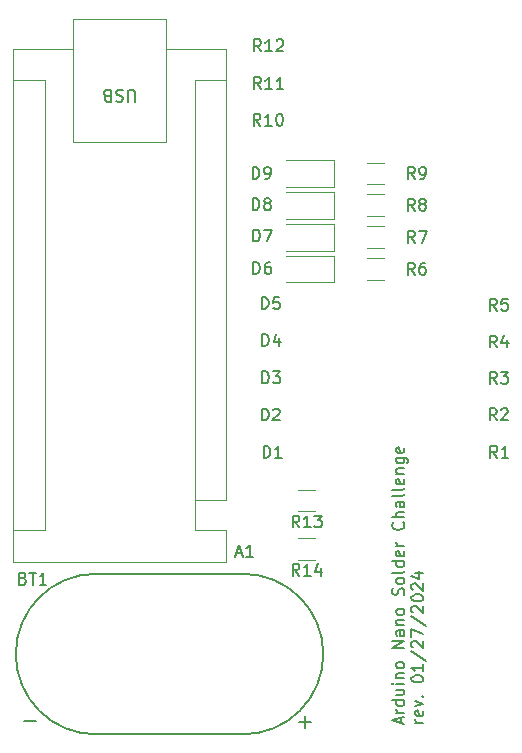
<source format=gbr>
%TF.GenerationSoftware,KiCad,Pcbnew,7.0.2-0*%
%TF.CreationDate,2024-09-16T13:04:04-04:00*%
%TF.ProjectId,ArduinoSolderChallenge,41726475-696e-46f5-936f-6c6465724368,rev?*%
%TF.SameCoordinates,Original*%
%TF.FileFunction,Legend,Top*%
%TF.FilePolarity,Positive*%
%FSLAX46Y46*%
G04 Gerber Fmt 4.6, Leading zero omitted, Abs format (unit mm)*
G04 Created by KiCad (PCBNEW 7.0.2-0) date 2024-09-16 13:04:04*
%MOMM*%
%LPD*%
G01*
G04 APERTURE LIST*
%ADD10C,0.150000*%
%ADD11C,0.120000*%
%ADD12C,0.127000*%
G04 APERTURE END LIST*
D10*
X75471904Y-79609523D02*
X75471904Y-79133333D01*
X75757619Y-79704761D02*
X74757619Y-79371428D01*
X74757619Y-79371428D02*
X75757619Y-79038095D01*
X75757619Y-78704761D02*
X75090952Y-78704761D01*
X75281428Y-78704761D02*
X75186190Y-78657142D01*
X75186190Y-78657142D02*
X75138571Y-78609523D01*
X75138571Y-78609523D02*
X75090952Y-78514285D01*
X75090952Y-78514285D02*
X75090952Y-78419047D01*
X75757619Y-77657142D02*
X74757619Y-77657142D01*
X75710000Y-77657142D02*
X75757619Y-77752380D01*
X75757619Y-77752380D02*
X75757619Y-77942856D01*
X75757619Y-77942856D02*
X75710000Y-78038094D01*
X75710000Y-78038094D02*
X75662380Y-78085713D01*
X75662380Y-78085713D02*
X75567142Y-78133332D01*
X75567142Y-78133332D02*
X75281428Y-78133332D01*
X75281428Y-78133332D02*
X75186190Y-78085713D01*
X75186190Y-78085713D02*
X75138571Y-78038094D01*
X75138571Y-78038094D02*
X75090952Y-77942856D01*
X75090952Y-77942856D02*
X75090952Y-77752380D01*
X75090952Y-77752380D02*
X75138571Y-77657142D01*
X75090952Y-76752380D02*
X75757619Y-76752380D01*
X75090952Y-77180951D02*
X75614761Y-77180951D01*
X75614761Y-77180951D02*
X75710000Y-77133332D01*
X75710000Y-77133332D02*
X75757619Y-77038094D01*
X75757619Y-77038094D02*
X75757619Y-76895237D01*
X75757619Y-76895237D02*
X75710000Y-76799999D01*
X75710000Y-76799999D02*
X75662380Y-76752380D01*
X75757619Y-76276189D02*
X75090952Y-76276189D01*
X74757619Y-76276189D02*
X74805238Y-76323808D01*
X74805238Y-76323808D02*
X74852857Y-76276189D01*
X74852857Y-76276189D02*
X74805238Y-76228570D01*
X74805238Y-76228570D02*
X74757619Y-76276189D01*
X74757619Y-76276189D02*
X74852857Y-76276189D01*
X75090952Y-75799999D02*
X75757619Y-75799999D01*
X75186190Y-75799999D02*
X75138571Y-75752380D01*
X75138571Y-75752380D02*
X75090952Y-75657142D01*
X75090952Y-75657142D02*
X75090952Y-75514285D01*
X75090952Y-75514285D02*
X75138571Y-75419047D01*
X75138571Y-75419047D02*
X75233809Y-75371428D01*
X75233809Y-75371428D02*
X75757619Y-75371428D01*
X75757619Y-74752380D02*
X75710000Y-74847618D01*
X75710000Y-74847618D02*
X75662380Y-74895237D01*
X75662380Y-74895237D02*
X75567142Y-74942856D01*
X75567142Y-74942856D02*
X75281428Y-74942856D01*
X75281428Y-74942856D02*
X75186190Y-74895237D01*
X75186190Y-74895237D02*
X75138571Y-74847618D01*
X75138571Y-74847618D02*
X75090952Y-74752380D01*
X75090952Y-74752380D02*
X75090952Y-74609523D01*
X75090952Y-74609523D02*
X75138571Y-74514285D01*
X75138571Y-74514285D02*
X75186190Y-74466666D01*
X75186190Y-74466666D02*
X75281428Y-74419047D01*
X75281428Y-74419047D02*
X75567142Y-74419047D01*
X75567142Y-74419047D02*
X75662380Y-74466666D01*
X75662380Y-74466666D02*
X75710000Y-74514285D01*
X75710000Y-74514285D02*
X75757619Y-74609523D01*
X75757619Y-74609523D02*
X75757619Y-74752380D01*
X75757619Y-73228570D02*
X74757619Y-73228570D01*
X74757619Y-73228570D02*
X75757619Y-72657142D01*
X75757619Y-72657142D02*
X74757619Y-72657142D01*
X75757619Y-71752380D02*
X75233809Y-71752380D01*
X75233809Y-71752380D02*
X75138571Y-71799999D01*
X75138571Y-71799999D02*
X75090952Y-71895237D01*
X75090952Y-71895237D02*
X75090952Y-72085713D01*
X75090952Y-72085713D02*
X75138571Y-72180951D01*
X75710000Y-71752380D02*
X75757619Y-71847618D01*
X75757619Y-71847618D02*
X75757619Y-72085713D01*
X75757619Y-72085713D02*
X75710000Y-72180951D01*
X75710000Y-72180951D02*
X75614761Y-72228570D01*
X75614761Y-72228570D02*
X75519523Y-72228570D01*
X75519523Y-72228570D02*
X75424285Y-72180951D01*
X75424285Y-72180951D02*
X75376666Y-72085713D01*
X75376666Y-72085713D02*
X75376666Y-71847618D01*
X75376666Y-71847618D02*
X75329047Y-71752380D01*
X75090952Y-71276189D02*
X75757619Y-71276189D01*
X75186190Y-71276189D02*
X75138571Y-71228570D01*
X75138571Y-71228570D02*
X75090952Y-71133332D01*
X75090952Y-71133332D02*
X75090952Y-70990475D01*
X75090952Y-70990475D02*
X75138571Y-70895237D01*
X75138571Y-70895237D02*
X75233809Y-70847618D01*
X75233809Y-70847618D02*
X75757619Y-70847618D01*
X75757619Y-70228570D02*
X75710000Y-70323808D01*
X75710000Y-70323808D02*
X75662380Y-70371427D01*
X75662380Y-70371427D02*
X75567142Y-70419046D01*
X75567142Y-70419046D02*
X75281428Y-70419046D01*
X75281428Y-70419046D02*
X75186190Y-70371427D01*
X75186190Y-70371427D02*
X75138571Y-70323808D01*
X75138571Y-70323808D02*
X75090952Y-70228570D01*
X75090952Y-70228570D02*
X75090952Y-70085713D01*
X75090952Y-70085713D02*
X75138571Y-69990475D01*
X75138571Y-69990475D02*
X75186190Y-69942856D01*
X75186190Y-69942856D02*
X75281428Y-69895237D01*
X75281428Y-69895237D02*
X75567142Y-69895237D01*
X75567142Y-69895237D02*
X75662380Y-69942856D01*
X75662380Y-69942856D02*
X75710000Y-69990475D01*
X75710000Y-69990475D02*
X75757619Y-70085713D01*
X75757619Y-70085713D02*
X75757619Y-70228570D01*
X75710000Y-68752379D02*
X75757619Y-68609522D01*
X75757619Y-68609522D02*
X75757619Y-68371427D01*
X75757619Y-68371427D02*
X75710000Y-68276189D01*
X75710000Y-68276189D02*
X75662380Y-68228570D01*
X75662380Y-68228570D02*
X75567142Y-68180951D01*
X75567142Y-68180951D02*
X75471904Y-68180951D01*
X75471904Y-68180951D02*
X75376666Y-68228570D01*
X75376666Y-68228570D02*
X75329047Y-68276189D01*
X75329047Y-68276189D02*
X75281428Y-68371427D01*
X75281428Y-68371427D02*
X75233809Y-68561903D01*
X75233809Y-68561903D02*
X75186190Y-68657141D01*
X75186190Y-68657141D02*
X75138571Y-68704760D01*
X75138571Y-68704760D02*
X75043333Y-68752379D01*
X75043333Y-68752379D02*
X74948095Y-68752379D01*
X74948095Y-68752379D02*
X74852857Y-68704760D01*
X74852857Y-68704760D02*
X74805238Y-68657141D01*
X74805238Y-68657141D02*
X74757619Y-68561903D01*
X74757619Y-68561903D02*
X74757619Y-68323808D01*
X74757619Y-68323808D02*
X74805238Y-68180951D01*
X75757619Y-67609522D02*
X75710000Y-67704760D01*
X75710000Y-67704760D02*
X75662380Y-67752379D01*
X75662380Y-67752379D02*
X75567142Y-67799998D01*
X75567142Y-67799998D02*
X75281428Y-67799998D01*
X75281428Y-67799998D02*
X75186190Y-67752379D01*
X75186190Y-67752379D02*
X75138571Y-67704760D01*
X75138571Y-67704760D02*
X75090952Y-67609522D01*
X75090952Y-67609522D02*
X75090952Y-67466665D01*
X75090952Y-67466665D02*
X75138571Y-67371427D01*
X75138571Y-67371427D02*
X75186190Y-67323808D01*
X75186190Y-67323808D02*
X75281428Y-67276189D01*
X75281428Y-67276189D02*
X75567142Y-67276189D01*
X75567142Y-67276189D02*
X75662380Y-67323808D01*
X75662380Y-67323808D02*
X75710000Y-67371427D01*
X75710000Y-67371427D02*
X75757619Y-67466665D01*
X75757619Y-67466665D02*
X75757619Y-67609522D01*
X75757619Y-66704760D02*
X75710000Y-66799998D01*
X75710000Y-66799998D02*
X75614761Y-66847617D01*
X75614761Y-66847617D02*
X74757619Y-66847617D01*
X75757619Y-65895236D02*
X74757619Y-65895236D01*
X75710000Y-65895236D02*
X75757619Y-65990474D01*
X75757619Y-65990474D02*
X75757619Y-66180950D01*
X75757619Y-66180950D02*
X75710000Y-66276188D01*
X75710000Y-66276188D02*
X75662380Y-66323807D01*
X75662380Y-66323807D02*
X75567142Y-66371426D01*
X75567142Y-66371426D02*
X75281428Y-66371426D01*
X75281428Y-66371426D02*
X75186190Y-66323807D01*
X75186190Y-66323807D02*
X75138571Y-66276188D01*
X75138571Y-66276188D02*
X75090952Y-66180950D01*
X75090952Y-66180950D02*
X75090952Y-65990474D01*
X75090952Y-65990474D02*
X75138571Y-65895236D01*
X75710000Y-65038093D02*
X75757619Y-65133331D01*
X75757619Y-65133331D02*
X75757619Y-65323807D01*
X75757619Y-65323807D02*
X75710000Y-65419045D01*
X75710000Y-65419045D02*
X75614761Y-65466664D01*
X75614761Y-65466664D02*
X75233809Y-65466664D01*
X75233809Y-65466664D02*
X75138571Y-65419045D01*
X75138571Y-65419045D02*
X75090952Y-65323807D01*
X75090952Y-65323807D02*
X75090952Y-65133331D01*
X75090952Y-65133331D02*
X75138571Y-65038093D01*
X75138571Y-65038093D02*
X75233809Y-64990474D01*
X75233809Y-64990474D02*
X75329047Y-64990474D01*
X75329047Y-64990474D02*
X75424285Y-65466664D01*
X75757619Y-64561902D02*
X75090952Y-64561902D01*
X75281428Y-64561902D02*
X75186190Y-64514283D01*
X75186190Y-64514283D02*
X75138571Y-64466664D01*
X75138571Y-64466664D02*
X75090952Y-64371426D01*
X75090952Y-64371426D02*
X75090952Y-64276188D01*
X75662380Y-62609521D02*
X75710000Y-62657140D01*
X75710000Y-62657140D02*
X75757619Y-62799997D01*
X75757619Y-62799997D02*
X75757619Y-62895235D01*
X75757619Y-62895235D02*
X75710000Y-63038092D01*
X75710000Y-63038092D02*
X75614761Y-63133330D01*
X75614761Y-63133330D02*
X75519523Y-63180949D01*
X75519523Y-63180949D02*
X75329047Y-63228568D01*
X75329047Y-63228568D02*
X75186190Y-63228568D01*
X75186190Y-63228568D02*
X74995714Y-63180949D01*
X74995714Y-63180949D02*
X74900476Y-63133330D01*
X74900476Y-63133330D02*
X74805238Y-63038092D01*
X74805238Y-63038092D02*
X74757619Y-62895235D01*
X74757619Y-62895235D02*
X74757619Y-62799997D01*
X74757619Y-62799997D02*
X74805238Y-62657140D01*
X74805238Y-62657140D02*
X74852857Y-62609521D01*
X75757619Y-62180949D02*
X74757619Y-62180949D01*
X75757619Y-61752378D02*
X75233809Y-61752378D01*
X75233809Y-61752378D02*
X75138571Y-61799997D01*
X75138571Y-61799997D02*
X75090952Y-61895235D01*
X75090952Y-61895235D02*
X75090952Y-62038092D01*
X75090952Y-62038092D02*
X75138571Y-62133330D01*
X75138571Y-62133330D02*
X75186190Y-62180949D01*
X75757619Y-60847616D02*
X75233809Y-60847616D01*
X75233809Y-60847616D02*
X75138571Y-60895235D01*
X75138571Y-60895235D02*
X75090952Y-60990473D01*
X75090952Y-60990473D02*
X75090952Y-61180949D01*
X75090952Y-61180949D02*
X75138571Y-61276187D01*
X75710000Y-60847616D02*
X75757619Y-60942854D01*
X75757619Y-60942854D02*
X75757619Y-61180949D01*
X75757619Y-61180949D02*
X75710000Y-61276187D01*
X75710000Y-61276187D02*
X75614761Y-61323806D01*
X75614761Y-61323806D02*
X75519523Y-61323806D01*
X75519523Y-61323806D02*
X75424285Y-61276187D01*
X75424285Y-61276187D02*
X75376666Y-61180949D01*
X75376666Y-61180949D02*
X75376666Y-60942854D01*
X75376666Y-60942854D02*
X75329047Y-60847616D01*
X75757619Y-60228568D02*
X75710000Y-60323806D01*
X75710000Y-60323806D02*
X75614761Y-60371425D01*
X75614761Y-60371425D02*
X74757619Y-60371425D01*
X75757619Y-59704758D02*
X75710000Y-59799996D01*
X75710000Y-59799996D02*
X75614761Y-59847615D01*
X75614761Y-59847615D02*
X74757619Y-59847615D01*
X75710000Y-58942853D02*
X75757619Y-59038091D01*
X75757619Y-59038091D02*
X75757619Y-59228567D01*
X75757619Y-59228567D02*
X75710000Y-59323805D01*
X75710000Y-59323805D02*
X75614761Y-59371424D01*
X75614761Y-59371424D02*
X75233809Y-59371424D01*
X75233809Y-59371424D02*
X75138571Y-59323805D01*
X75138571Y-59323805D02*
X75090952Y-59228567D01*
X75090952Y-59228567D02*
X75090952Y-59038091D01*
X75090952Y-59038091D02*
X75138571Y-58942853D01*
X75138571Y-58942853D02*
X75233809Y-58895234D01*
X75233809Y-58895234D02*
X75329047Y-58895234D01*
X75329047Y-58895234D02*
X75424285Y-59371424D01*
X75090952Y-58466662D02*
X75757619Y-58466662D01*
X75186190Y-58466662D02*
X75138571Y-58419043D01*
X75138571Y-58419043D02*
X75090952Y-58323805D01*
X75090952Y-58323805D02*
X75090952Y-58180948D01*
X75090952Y-58180948D02*
X75138571Y-58085710D01*
X75138571Y-58085710D02*
X75233809Y-58038091D01*
X75233809Y-58038091D02*
X75757619Y-58038091D01*
X75090952Y-57133329D02*
X75900476Y-57133329D01*
X75900476Y-57133329D02*
X75995714Y-57180948D01*
X75995714Y-57180948D02*
X76043333Y-57228567D01*
X76043333Y-57228567D02*
X76090952Y-57323805D01*
X76090952Y-57323805D02*
X76090952Y-57466662D01*
X76090952Y-57466662D02*
X76043333Y-57561900D01*
X75710000Y-57133329D02*
X75757619Y-57228567D01*
X75757619Y-57228567D02*
X75757619Y-57419043D01*
X75757619Y-57419043D02*
X75710000Y-57514281D01*
X75710000Y-57514281D02*
X75662380Y-57561900D01*
X75662380Y-57561900D02*
X75567142Y-57609519D01*
X75567142Y-57609519D02*
X75281428Y-57609519D01*
X75281428Y-57609519D02*
X75186190Y-57561900D01*
X75186190Y-57561900D02*
X75138571Y-57514281D01*
X75138571Y-57514281D02*
X75090952Y-57419043D01*
X75090952Y-57419043D02*
X75090952Y-57228567D01*
X75090952Y-57228567D02*
X75138571Y-57133329D01*
X75710000Y-56276186D02*
X75757619Y-56371424D01*
X75757619Y-56371424D02*
X75757619Y-56561900D01*
X75757619Y-56561900D02*
X75710000Y-56657138D01*
X75710000Y-56657138D02*
X75614761Y-56704757D01*
X75614761Y-56704757D02*
X75233809Y-56704757D01*
X75233809Y-56704757D02*
X75138571Y-56657138D01*
X75138571Y-56657138D02*
X75090952Y-56561900D01*
X75090952Y-56561900D02*
X75090952Y-56371424D01*
X75090952Y-56371424D02*
X75138571Y-56276186D01*
X75138571Y-56276186D02*
X75233809Y-56228567D01*
X75233809Y-56228567D02*
X75329047Y-56228567D01*
X75329047Y-56228567D02*
X75424285Y-56704757D01*
X77377619Y-79561904D02*
X76710952Y-79561904D01*
X76901428Y-79561904D02*
X76806190Y-79514285D01*
X76806190Y-79514285D02*
X76758571Y-79466666D01*
X76758571Y-79466666D02*
X76710952Y-79371428D01*
X76710952Y-79371428D02*
X76710952Y-79276190D01*
X77330000Y-78561904D02*
X77377619Y-78657142D01*
X77377619Y-78657142D02*
X77377619Y-78847618D01*
X77377619Y-78847618D02*
X77330000Y-78942856D01*
X77330000Y-78942856D02*
X77234761Y-78990475D01*
X77234761Y-78990475D02*
X76853809Y-78990475D01*
X76853809Y-78990475D02*
X76758571Y-78942856D01*
X76758571Y-78942856D02*
X76710952Y-78847618D01*
X76710952Y-78847618D02*
X76710952Y-78657142D01*
X76710952Y-78657142D02*
X76758571Y-78561904D01*
X76758571Y-78561904D02*
X76853809Y-78514285D01*
X76853809Y-78514285D02*
X76949047Y-78514285D01*
X76949047Y-78514285D02*
X77044285Y-78990475D01*
X76710952Y-78180951D02*
X77377619Y-77942856D01*
X77377619Y-77942856D02*
X76710952Y-77704761D01*
X77282380Y-77323808D02*
X77330000Y-77276189D01*
X77330000Y-77276189D02*
X77377619Y-77323808D01*
X77377619Y-77323808D02*
X77330000Y-77371427D01*
X77330000Y-77371427D02*
X77282380Y-77323808D01*
X77282380Y-77323808D02*
X77377619Y-77323808D01*
X76377619Y-75895237D02*
X76377619Y-75799999D01*
X76377619Y-75799999D02*
X76425238Y-75704761D01*
X76425238Y-75704761D02*
X76472857Y-75657142D01*
X76472857Y-75657142D02*
X76568095Y-75609523D01*
X76568095Y-75609523D02*
X76758571Y-75561904D01*
X76758571Y-75561904D02*
X76996666Y-75561904D01*
X76996666Y-75561904D02*
X77187142Y-75609523D01*
X77187142Y-75609523D02*
X77282380Y-75657142D01*
X77282380Y-75657142D02*
X77330000Y-75704761D01*
X77330000Y-75704761D02*
X77377619Y-75799999D01*
X77377619Y-75799999D02*
X77377619Y-75895237D01*
X77377619Y-75895237D02*
X77330000Y-75990475D01*
X77330000Y-75990475D02*
X77282380Y-76038094D01*
X77282380Y-76038094D02*
X77187142Y-76085713D01*
X77187142Y-76085713D02*
X76996666Y-76133332D01*
X76996666Y-76133332D02*
X76758571Y-76133332D01*
X76758571Y-76133332D02*
X76568095Y-76085713D01*
X76568095Y-76085713D02*
X76472857Y-76038094D01*
X76472857Y-76038094D02*
X76425238Y-75990475D01*
X76425238Y-75990475D02*
X76377619Y-75895237D01*
X77377619Y-74609523D02*
X77377619Y-75180951D01*
X77377619Y-74895237D02*
X76377619Y-74895237D01*
X76377619Y-74895237D02*
X76520476Y-74990475D01*
X76520476Y-74990475D02*
X76615714Y-75085713D01*
X76615714Y-75085713D02*
X76663333Y-75180951D01*
X76330000Y-73466666D02*
X77615714Y-74323808D01*
X76472857Y-73180951D02*
X76425238Y-73133332D01*
X76425238Y-73133332D02*
X76377619Y-73038094D01*
X76377619Y-73038094D02*
X76377619Y-72799999D01*
X76377619Y-72799999D02*
X76425238Y-72704761D01*
X76425238Y-72704761D02*
X76472857Y-72657142D01*
X76472857Y-72657142D02*
X76568095Y-72609523D01*
X76568095Y-72609523D02*
X76663333Y-72609523D01*
X76663333Y-72609523D02*
X76806190Y-72657142D01*
X76806190Y-72657142D02*
X77377619Y-73228570D01*
X77377619Y-73228570D02*
X77377619Y-72609523D01*
X76377619Y-72276189D02*
X76377619Y-71609523D01*
X76377619Y-71609523D02*
X77377619Y-72038094D01*
X76330000Y-70514285D02*
X77615714Y-71371427D01*
X76472857Y-70228570D02*
X76425238Y-70180951D01*
X76425238Y-70180951D02*
X76377619Y-70085713D01*
X76377619Y-70085713D02*
X76377619Y-69847618D01*
X76377619Y-69847618D02*
X76425238Y-69752380D01*
X76425238Y-69752380D02*
X76472857Y-69704761D01*
X76472857Y-69704761D02*
X76568095Y-69657142D01*
X76568095Y-69657142D02*
X76663333Y-69657142D01*
X76663333Y-69657142D02*
X76806190Y-69704761D01*
X76806190Y-69704761D02*
X77377619Y-70276189D01*
X77377619Y-70276189D02*
X77377619Y-69657142D01*
X76377619Y-69038094D02*
X76377619Y-68942856D01*
X76377619Y-68942856D02*
X76425238Y-68847618D01*
X76425238Y-68847618D02*
X76472857Y-68799999D01*
X76472857Y-68799999D02*
X76568095Y-68752380D01*
X76568095Y-68752380D02*
X76758571Y-68704761D01*
X76758571Y-68704761D02*
X76996666Y-68704761D01*
X76996666Y-68704761D02*
X77187142Y-68752380D01*
X77187142Y-68752380D02*
X77282380Y-68799999D01*
X77282380Y-68799999D02*
X77330000Y-68847618D01*
X77330000Y-68847618D02*
X77377619Y-68942856D01*
X77377619Y-68942856D02*
X77377619Y-69038094D01*
X77377619Y-69038094D02*
X77330000Y-69133332D01*
X77330000Y-69133332D02*
X77282380Y-69180951D01*
X77282380Y-69180951D02*
X77187142Y-69228570D01*
X77187142Y-69228570D02*
X76996666Y-69276189D01*
X76996666Y-69276189D02*
X76758571Y-69276189D01*
X76758571Y-69276189D02*
X76568095Y-69228570D01*
X76568095Y-69228570D02*
X76472857Y-69180951D01*
X76472857Y-69180951D02*
X76425238Y-69133332D01*
X76425238Y-69133332D02*
X76377619Y-69038094D01*
X76472857Y-68323808D02*
X76425238Y-68276189D01*
X76425238Y-68276189D02*
X76377619Y-68180951D01*
X76377619Y-68180951D02*
X76377619Y-67942856D01*
X76377619Y-67942856D02*
X76425238Y-67847618D01*
X76425238Y-67847618D02*
X76472857Y-67799999D01*
X76472857Y-67799999D02*
X76568095Y-67752380D01*
X76568095Y-67752380D02*
X76663333Y-67752380D01*
X76663333Y-67752380D02*
X76806190Y-67799999D01*
X76806190Y-67799999D02*
X77377619Y-68371427D01*
X77377619Y-68371427D02*
X77377619Y-67752380D01*
X76710952Y-66895237D02*
X77377619Y-66895237D01*
X76330000Y-67133332D02*
X77044285Y-67371427D01*
X77044285Y-67371427D02*
X77044285Y-66752380D01*
%TO.C,A1*%
X61535714Y-65226904D02*
X62011904Y-65226904D01*
X61440476Y-65512619D02*
X61773809Y-64512619D01*
X61773809Y-64512619D02*
X62107142Y-65512619D01*
X62964285Y-65512619D02*
X62392857Y-65512619D01*
X62678571Y-65512619D02*
X62678571Y-64512619D01*
X62678571Y-64512619D02*
X62583333Y-64655476D01*
X62583333Y-64655476D02*
X62488095Y-64750714D01*
X62488095Y-64750714D02*
X62392857Y-64798333D01*
X52941904Y-26967380D02*
X52941904Y-26157857D01*
X52941904Y-26157857D02*
X52894285Y-26062619D01*
X52894285Y-26062619D02*
X52846666Y-26015000D01*
X52846666Y-26015000D02*
X52751428Y-25967380D01*
X52751428Y-25967380D02*
X52560952Y-25967380D01*
X52560952Y-25967380D02*
X52465714Y-26015000D01*
X52465714Y-26015000D02*
X52418095Y-26062619D01*
X52418095Y-26062619D02*
X52370476Y-26157857D01*
X52370476Y-26157857D02*
X52370476Y-26967380D01*
X51941904Y-26015000D02*
X51799047Y-25967380D01*
X51799047Y-25967380D02*
X51560952Y-25967380D01*
X51560952Y-25967380D02*
X51465714Y-26015000D01*
X51465714Y-26015000D02*
X51418095Y-26062619D01*
X51418095Y-26062619D02*
X51370476Y-26157857D01*
X51370476Y-26157857D02*
X51370476Y-26253095D01*
X51370476Y-26253095D02*
X51418095Y-26348333D01*
X51418095Y-26348333D02*
X51465714Y-26395952D01*
X51465714Y-26395952D02*
X51560952Y-26443571D01*
X51560952Y-26443571D02*
X51751428Y-26491190D01*
X51751428Y-26491190D02*
X51846666Y-26538809D01*
X51846666Y-26538809D02*
X51894285Y-26586428D01*
X51894285Y-26586428D02*
X51941904Y-26681666D01*
X51941904Y-26681666D02*
X51941904Y-26776904D01*
X51941904Y-26776904D02*
X51894285Y-26872142D01*
X51894285Y-26872142D02*
X51846666Y-26919761D01*
X51846666Y-26919761D02*
X51751428Y-26967380D01*
X51751428Y-26967380D02*
X51513333Y-26967380D01*
X51513333Y-26967380D02*
X51370476Y-26919761D01*
X50608571Y-26491190D02*
X50465714Y-26443571D01*
X50465714Y-26443571D02*
X50418095Y-26395952D01*
X50418095Y-26395952D02*
X50370476Y-26300714D01*
X50370476Y-26300714D02*
X50370476Y-26157857D01*
X50370476Y-26157857D02*
X50418095Y-26062619D01*
X50418095Y-26062619D02*
X50465714Y-26015000D01*
X50465714Y-26015000D02*
X50560952Y-25967380D01*
X50560952Y-25967380D02*
X50941904Y-25967380D01*
X50941904Y-25967380D02*
X50941904Y-26967380D01*
X50941904Y-26967380D02*
X50608571Y-26967380D01*
X50608571Y-26967380D02*
X50513333Y-26919761D01*
X50513333Y-26919761D02*
X50465714Y-26872142D01*
X50465714Y-26872142D02*
X50418095Y-26776904D01*
X50418095Y-26776904D02*
X50418095Y-26681666D01*
X50418095Y-26681666D02*
X50465714Y-26586428D01*
X50465714Y-26586428D02*
X50513333Y-26538809D01*
X50513333Y-26538809D02*
X50608571Y-26491190D01*
X50608571Y-26491190D02*
X50941904Y-26491190D01*
%TO.C,D5*%
X63711905Y-44522619D02*
X63711905Y-43522619D01*
X63711905Y-43522619D02*
X63950000Y-43522619D01*
X63950000Y-43522619D02*
X64092857Y-43570238D01*
X64092857Y-43570238D02*
X64188095Y-43665476D01*
X64188095Y-43665476D02*
X64235714Y-43760714D01*
X64235714Y-43760714D02*
X64283333Y-43951190D01*
X64283333Y-43951190D02*
X64283333Y-44094047D01*
X64283333Y-44094047D02*
X64235714Y-44284523D01*
X64235714Y-44284523D02*
X64188095Y-44379761D01*
X64188095Y-44379761D02*
X64092857Y-44475000D01*
X64092857Y-44475000D02*
X63950000Y-44522619D01*
X63950000Y-44522619D02*
X63711905Y-44522619D01*
X65188095Y-43522619D02*
X64711905Y-43522619D01*
X64711905Y-43522619D02*
X64664286Y-43998809D01*
X64664286Y-43998809D02*
X64711905Y-43951190D01*
X64711905Y-43951190D02*
X64807143Y-43903571D01*
X64807143Y-43903571D02*
X65045238Y-43903571D01*
X65045238Y-43903571D02*
X65140476Y-43951190D01*
X65140476Y-43951190D02*
X65188095Y-43998809D01*
X65188095Y-43998809D02*
X65235714Y-44094047D01*
X65235714Y-44094047D02*
X65235714Y-44332142D01*
X65235714Y-44332142D02*
X65188095Y-44427380D01*
X65188095Y-44427380D02*
X65140476Y-44475000D01*
X65140476Y-44475000D02*
X65045238Y-44522619D01*
X65045238Y-44522619D02*
X64807143Y-44522619D01*
X64807143Y-44522619D02*
X64711905Y-44475000D01*
X64711905Y-44475000D02*
X64664286Y-44427380D01*
%TO.C,D1*%
X63861905Y-57122619D02*
X63861905Y-56122619D01*
X63861905Y-56122619D02*
X64100000Y-56122619D01*
X64100000Y-56122619D02*
X64242857Y-56170238D01*
X64242857Y-56170238D02*
X64338095Y-56265476D01*
X64338095Y-56265476D02*
X64385714Y-56360714D01*
X64385714Y-56360714D02*
X64433333Y-56551190D01*
X64433333Y-56551190D02*
X64433333Y-56694047D01*
X64433333Y-56694047D02*
X64385714Y-56884523D01*
X64385714Y-56884523D02*
X64338095Y-56979761D01*
X64338095Y-56979761D02*
X64242857Y-57075000D01*
X64242857Y-57075000D02*
X64100000Y-57122619D01*
X64100000Y-57122619D02*
X63861905Y-57122619D01*
X65385714Y-57122619D02*
X64814286Y-57122619D01*
X65100000Y-57122619D02*
X65100000Y-56122619D01*
X65100000Y-56122619D02*
X65004762Y-56265476D01*
X65004762Y-56265476D02*
X64909524Y-56360714D01*
X64909524Y-56360714D02*
X64814286Y-56408333D01*
%TO.C,R1*%
X83635333Y-57126619D02*
X83302000Y-56650428D01*
X83063905Y-57126619D02*
X83063905Y-56126619D01*
X83063905Y-56126619D02*
X83444857Y-56126619D01*
X83444857Y-56126619D02*
X83540095Y-56174238D01*
X83540095Y-56174238D02*
X83587714Y-56221857D01*
X83587714Y-56221857D02*
X83635333Y-56317095D01*
X83635333Y-56317095D02*
X83635333Y-56459952D01*
X83635333Y-56459952D02*
X83587714Y-56555190D01*
X83587714Y-56555190D02*
X83540095Y-56602809D01*
X83540095Y-56602809D02*
X83444857Y-56650428D01*
X83444857Y-56650428D02*
X83063905Y-56650428D01*
X84587714Y-57126619D02*
X84016286Y-57126619D01*
X84302000Y-57126619D02*
X84302000Y-56126619D01*
X84302000Y-56126619D02*
X84206762Y-56269476D01*
X84206762Y-56269476D02*
X84111524Y-56364714D01*
X84111524Y-56364714D02*
X84016286Y-56412333D01*
%TO.C,R6*%
X76663333Y-41622619D02*
X76330000Y-41146428D01*
X76091905Y-41622619D02*
X76091905Y-40622619D01*
X76091905Y-40622619D02*
X76472857Y-40622619D01*
X76472857Y-40622619D02*
X76568095Y-40670238D01*
X76568095Y-40670238D02*
X76615714Y-40717857D01*
X76615714Y-40717857D02*
X76663333Y-40813095D01*
X76663333Y-40813095D02*
X76663333Y-40955952D01*
X76663333Y-40955952D02*
X76615714Y-41051190D01*
X76615714Y-41051190D02*
X76568095Y-41098809D01*
X76568095Y-41098809D02*
X76472857Y-41146428D01*
X76472857Y-41146428D02*
X76091905Y-41146428D01*
X77520476Y-40622619D02*
X77330000Y-40622619D01*
X77330000Y-40622619D02*
X77234762Y-40670238D01*
X77234762Y-40670238D02*
X77187143Y-40717857D01*
X77187143Y-40717857D02*
X77091905Y-40860714D01*
X77091905Y-40860714D02*
X77044286Y-41051190D01*
X77044286Y-41051190D02*
X77044286Y-41432142D01*
X77044286Y-41432142D02*
X77091905Y-41527380D01*
X77091905Y-41527380D02*
X77139524Y-41575000D01*
X77139524Y-41575000D02*
X77234762Y-41622619D01*
X77234762Y-41622619D02*
X77425238Y-41622619D01*
X77425238Y-41622619D02*
X77520476Y-41575000D01*
X77520476Y-41575000D02*
X77568095Y-41527380D01*
X77568095Y-41527380D02*
X77615714Y-41432142D01*
X77615714Y-41432142D02*
X77615714Y-41194047D01*
X77615714Y-41194047D02*
X77568095Y-41098809D01*
X77568095Y-41098809D02*
X77520476Y-41051190D01*
X77520476Y-41051190D02*
X77425238Y-41003571D01*
X77425238Y-41003571D02*
X77234762Y-41003571D01*
X77234762Y-41003571D02*
X77139524Y-41051190D01*
X77139524Y-41051190D02*
X77091905Y-41098809D01*
X77091905Y-41098809D02*
X77044286Y-41194047D01*
%TO.C,R5*%
X83623333Y-44672619D02*
X83290000Y-44196428D01*
X83051905Y-44672619D02*
X83051905Y-43672619D01*
X83051905Y-43672619D02*
X83432857Y-43672619D01*
X83432857Y-43672619D02*
X83528095Y-43720238D01*
X83528095Y-43720238D02*
X83575714Y-43767857D01*
X83575714Y-43767857D02*
X83623333Y-43863095D01*
X83623333Y-43863095D02*
X83623333Y-44005952D01*
X83623333Y-44005952D02*
X83575714Y-44101190D01*
X83575714Y-44101190D02*
X83528095Y-44148809D01*
X83528095Y-44148809D02*
X83432857Y-44196428D01*
X83432857Y-44196428D02*
X83051905Y-44196428D01*
X84528095Y-43672619D02*
X84051905Y-43672619D01*
X84051905Y-43672619D02*
X84004286Y-44148809D01*
X84004286Y-44148809D02*
X84051905Y-44101190D01*
X84051905Y-44101190D02*
X84147143Y-44053571D01*
X84147143Y-44053571D02*
X84385238Y-44053571D01*
X84385238Y-44053571D02*
X84480476Y-44101190D01*
X84480476Y-44101190D02*
X84528095Y-44148809D01*
X84528095Y-44148809D02*
X84575714Y-44244047D01*
X84575714Y-44244047D02*
X84575714Y-44482142D01*
X84575714Y-44482142D02*
X84528095Y-44577380D01*
X84528095Y-44577380D02*
X84480476Y-44625000D01*
X84480476Y-44625000D02*
X84385238Y-44672619D01*
X84385238Y-44672619D02*
X84147143Y-44672619D01*
X84147143Y-44672619D02*
X84051905Y-44625000D01*
X84051905Y-44625000D02*
X84004286Y-44577380D01*
%TO.C,D9*%
X62941905Y-33512619D02*
X62941905Y-32512619D01*
X62941905Y-32512619D02*
X63180000Y-32512619D01*
X63180000Y-32512619D02*
X63322857Y-32560238D01*
X63322857Y-32560238D02*
X63418095Y-32655476D01*
X63418095Y-32655476D02*
X63465714Y-32750714D01*
X63465714Y-32750714D02*
X63513333Y-32941190D01*
X63513333Y-32941190D02*
X63513333Y-33084047D01*
X63513333Y-33084047D02*
X63465714Y-33274523D01*
X63465714Y-33274523D02*
X63418095Y-33369761D01*
X63418095Y-33369761D02*
X63322857Y-33465000D01*
X63322857Y-33465000D02*
X63180000Y-33512619D01*
X63180000Y-33512619D02*
X62941905Y-33512619D01*
X63989524Y-33512619D02*
X64180000Y-33512619D01*
X64180000Y-33512619D02*
X64275238Y-33465000D01*
X64275238Y-33465000D02*
X64322857Y-33417380D01*
X64322857Y-33417380D02*
X64418095Y-33274523D01*
X64418095Y-33274523D02*
X64465714Y-33084047D01*
X64465714Y-33084047D02*
X64465714Y-32703095D01*
X64465714Y-32703095D02*
X64418095Y-32607857D01*
X64418095Y-32607857D02*
X64370476Y-32560238D01*
X64370476Y-32560238D02*
X64275238Y-32512619D01*
X64275238Y-32512619D02*
X64084762Y-32512619D01*
X64084762Y-32512619D02*
X63989524Y-32560238D01*
X63989524Y-32560238D02*
X63941905Y-32607857D01*
X63941905Y-32607857D02*
X63894286Y-32703095D01*
X63894286Y-32703095D02*
X63894286Y-32941190D01*
X63894286Y-32941190D02*
X63941905Y-33036428D01*
X63941905Y-33036428D02*
X63989524Y-33084047D01*
X63989524Y-33084047D02*
X64084762Y-33131666D01*
X64084762Y-33131666D02*
X64275238Y-33131666D01*
X64275238Y-33131666D02*
X64370476Y-33084047D01*
X64370476Y-33084047D02*
X64418095Y-33036428D01*
X64418095Y-33036428D02*
X64465714Y-32941190D01*
%TO.C,R14*%
X66887142Y-67112619D02*
X66553809Y-66636428D01*
X66315714Y-67112619D02*
X66315714Y-66112619D01*
X66315714Y-66112619D02*
X66696666Y-66112619D01*
X66696666Y-66112619D02*
X66791904Y-66160238D01*
X66791904Y-66160238D02*
X66839523Y-66207857D01*
X66839523Y-66207857D02*
X66887142Y-66303095D01*
X66887142Y-66303095D02*
X66887142Y-66445952D01*
X66887142Y-66445952D02*
X66839523Y-66541190D01*
X66839523Y-66541190D02*
X66791904Y-66588809D01*
X66791904Y-66588809D02*
X66696666Y-66636428D01*
X66696666Y-66636428D02*
X66315714Y-66636428D01*
X67839523Y-67112619D02*
X67268095Y-67112619D01*
X67553809Y-67112619D02*
X67553809Y-66112619D01*
X67553809Y-66112619D02*
X67458571Y-66255476D01*
X67458571Y-66255476D02*
X67363333Y-66350714D01*
X67363333Y-66350714D02*
X67268095Y-66398333D01*
X68696666Y-66445952D02*
X68696666Y-67112619D01*
X68458571Y-66065000D02*
X68220476Y-66779285D01*
X68220476Y-66779285D02*
X68839523Y-66779285D01*
%TO.C,R13*%
X66887142Y-63032619D02*
X66553809Y-62556428D01*
X66315714Y-63032619D02*
X66315714Y-62032619D01*
X66315714Y-62032619D02*
X66696666Y-62032619D01*
X66696666Y-62032619D02*
X66791904Y-62080238D01*
X66791904Y-62080238D02*
X66839523Y-62127857D01*
X66839523Y-62127857D02*
X66887142Y-62223095D01*
X66887142Y-62223095D02*
X66887142Y-62365952D01*
X66887142Y-62365952D02*
X66839523Y-62461190D01*
X66839523Y-62461190D02*
X66791904Y-62508809D01*
X66791904Y-62508809D02*
X66696666Y-62556428D01*
X66696666Y-62556428D02*
X66315714Y-62556428D01*
X67839523Y-63032619D02*
X67268095Y-63032619D01*
X67553809Y-63032619D02*
X67553809Y-62032619D01*
X67553809Y-62032619D02*
X67458571Y-62175476D01*
X67458571Y-62175476D02*
X67363333Y-62270714D01*
X67363333Y-62270714D02*
X67268095Y-62318333D01*
X68172857Y-62032619D02*
X68791904Y-62032619D01*
X68791904Y-62032619D02*
X68458571Y-62413571D01*
X68458571Y-62413571D02*
X68601428Y-62413571D01*
X68601428Y-62413571D02*
X68696666Y-62461190D01*
X68696666Y-62461190D02*
X68744285Y-62508809D01*
X68744285Y-62508809D02*
X68791904Y-62604047D01*
X68791904Y-62604047D02*
X68791904Y-62842142D01*
X68791904Y-62842142D02*
X68744285Y-62937380D01*
X68744285Y-62937380D02*
X68696666Y-62985000D01*
X68696666Y-62985000D02*
X68601428Y-63032619D01*
X68601428Y-63032619D02*
X68315714Y-63032619D01*
X68315714Y-63032619D02*
X68220476Y-62985000D01*
X68220476Y-62985000D02*
X68172857Y-62937380D01*
%TO.C,D6*%
X62991905Y-41562619D02*
X62991905Y-40562619D01*
X62991905Y-40562619D02*
X63230000Y-40562619D01*
X63230000Y-40562619D02*
X63372857Y-40610238D01*
X63372857Y-40610238D02*
X63468095Y-40705476D01*
X63468095Y-40705476D02*
X63515714Y-40800714D01*
X63515714Y-40800714D02*
X63563333Y-40991190D01*
X63563333Y-40991190D02*
X63563333Y-41134047D01*
X63563333Y-41134047D02*
X63515714Y-41324523D01*
X63515714Y-41324523D02*
X63468095Y-41419761D01*
X63468095Y-41419761D02*
X63372857Y-41515000D01*
X63372857Y-41515000D02*
X63230000Y-41562619D01*
X63230000Y-41562619D02*
X62991905Y-41562619D01*
X64420476Y-40562619D02*
X64230000Y-40562619D01*
X64230000Y-40562619D02*
X64134762Y-40610238D01*
X64134762Y-40610238D02*
X64087143Y-40657857D01*
X64087143Y-40657857D02*
X63991905Y-40800714D01*
X63991905Y-40800714D02*
X63944286Y-40991190D01*
X63944286Y-40991190D02*
X63944286Y-41372142D01*
X63944286Y-41372142D02*
X63991905Y-41467380D01*
X63991905Y-41467380D02*
X64039524Y-41515000D01*
X64039524Y-41515000D02*
X64134762Y-41562619D01*
X64134762Y-41562619D02*
X64325238Y-41562619D01*
X64325238Y-41562619D02*
X64420476Y-41515000D01*
X64420476Y-41515000D02*
X64468095Y-41467380D01*
X64468095Y-41467380D02*
X64515714Y-41372142D01*
X64515714Y-41372142D02*
X64515714Y-41134047D01*
X64515714Y-41134047D02*
X64468095Y-41038809D01*
X64468095Y-41038809D02*
X64420476Y-40991190D01*
X64420476Y-40991190D02*
X64325238Y-40943571D01*
X64325238Y-40943571D02*
X64134762Y-40943571D01*
X64134762Y-40943571D02*
X64039524Y-40991190D01*
X64039524Y-40991190D02*
X63991905Y-41038809D01*
X63991905Y-41038809D02*
X63944286Y-41134047D01*
%TO.C,R12*%
X63627142Y-22712619D02*
X63293809Y-22236428D01*
X63055714Y-22712619D02*
X63055714Y-21712619D01*
X63055714Y-21712619D02*
X63436666Y-21712619D01*
X63436666Y-21712619D02*
X63531904Y-21760238D01*
X63531904Y-21760238D02*
X63579523Y-21807857D01*
X63579523Y-21807857D02*
X63627142Y-21903095D01*
X63627142Y-21903095D02*
X63627142Y-22045952D01*
X63627142Y-22045952D02*
X63579523Y-22141190D01*
X63579523Y-22141190D02*
X63531904Y-22188809D01*
X63531904Y-22188809D02*
X63436666Y-22236428D01*
X63436666Y-22236428D02*
X63055714Y-22236428D01*
X64579523Y-22712619D02*
X64008095Y-22712619D01*
X64293809Y-22712619D02*
X64293809Y-21712619D01*
X64293809Y-21712619D02*
X64198571Y-21855476D01*
X64198571Y-21855476D02*
X64103333Y-21950714D01*
X64103333Y-21950714D02*
X64008095Y-21998333D01*
X64960476Y-21807857D02*
X65008095Y-21760238D01*
X65008095Y-21760238D02*
X65103333Y-21712619D01*
X65103333Y-21712619D02*
X65341428Y-21712619D01*
X65341428Y-21712619D02*
X65436666Y-21760238D01*
X65436666Y-21760238D02*
X65484285Y-21807857D01*
X65484285Y-21807857D02*
X65531904Y-21903095D01*
X65531904Y-21903095D02*
X65531904Y-21998333D01*
X65531904Y-21998333D02*
X65484285Y-22141190D01*
X65484285Y-22141190D02*
X64912857Y-22712619D01*
X64912857Y-22712619D02*
X65531904Y-22712619D01*
%TO.C,R3*%
X83623333Y-50850619D02*
X83290000Y-50374428D01*
X83051905Y-50850619D02*
X83051905Y-49850619D01*
X83051905Y-49850619D02*
X83432857Y-49850619D01*
X83432857Y-49850619D02*
X83528095Y-49898238D01*
X83528095Y-49898238D02*
X83575714Y-49945857D01*
X83575714Y-49945857D02*
X83623333Y-50041095D01*
X83623333Y-50041095D02*
X83623333Y-50183952D01*
X83623333Y-50183952D02*
X83575714Y-50279190D01*
X83575714Y-50279190D02*
X83528095Y-50326809D01*
X83528095Y-50326809D02*
X83432857Y-50374428D01*
X83432857Y-50374428D02*
X83051905Y-50374428D01*
X83956667Y-49850619D02*
X84575714Y-49850619D01*
X84575714Y-49850619D02*
X84242381Y-50231571D01*
X84242381Y-50231571D02*
X84385238Y-50231571D01*
X84385238Y-50231571D02*
X84480476Y-50279190D01*
X84480476Y-50279190D02*
X84528095Y-50326809D01*
X84528095Y-50326809D02*
X84575714Y-50422047D01*
X84575714Y-50422047D02*
X84575714Y-50660142D01*
X84575714Y-50660142D02*
X84528095Y-50755380D01*
X84528095Y-50755380D02*
X84480476Y-50803000D01*
X84480476Y-50803000D02*
X84385238Y-50850619D01*
X84385238Y-50850619D02*
X84099524Y-50850619D01*
X84099524Y-50850619D02*
X84004286Y-50803000D01*
X84004286Y-50803000D02*
X83956667Y-50755380D01*
%TO.C,BT1*%
X43514285Y-67338809D02*
X43657142Y-67386428D01*
X43657142Y-67386428D02*
X43704761Y-67434047D01*
X43704761Y-67434047D02*
X43752380Y-67529285D01*
X43752380Y-67529285D02*
X43752380Y-67672142D01*
X43752380Y-67672142D02*
X43704761Y-67767380D01*
X43704761Y-67767380D02*
X43657142Y-67815000D01*
X43657142Y-67815000D02*
X43561904Y-67862619D01*
X43561904Y-67862619D02*
X43180952Y-67862619D01*
X43180952Y-67862619D02*
X43180952Y-66862619D01*
X43180952Y-66862619D02*
X43514285Y-66862619D01*
X43514285Y-66862619D02*
X43609523Y-66910238D01*
X43609523Y-66910238D02*
X43657142Y-66957857D01*
X43657142Y-66957857D02*
X43704761Y-67053095D01*
X43704761Y-67053095D02*
X43704761Y-67148333D01*
X43704761Y-67148333D02*
X43657142Y-67243571D01*
X43657142Y-67243571D02*
X43609523Y-67291190D01*
X43609523Y-67291190D02*
X43514285Y-67338809D01*
X43514285Y-67338809D02*
X43180952Y-67338809D01*
X44038095Y-66862619D02*
X44609523Y-66862619D01*
X44323809Y-67862619D02*
X44323809Y-66862619D01*
X45466666Y-67862619D02*
X44895238Y-67862619D01*
X45180952Y-67862619D02*
X45180952Y-66862619D01*
X45180952Y-66862619D02*
X45085714Y-67005476D01*
X45085714Y-67005476D02*
X44990476Y-67100714D01*
X44990476Y-67100714D02*
X44895238Y-67148333D01*
%TO.C,R10*%
X63587142Y-29012619D02*
X63253809Y-28536428D01*
X63015714Y-29012619D02*
X63015714Y-28012619D01*
X63015714Y-28012619D02*
X63396666Y-28012619D01*
X63396666Y-28012619D02*
X63491904Y-28060238D01*
X63491904Y-28060238D02*
X63539523Y-28107857D01*
X63539523Y-28107857D02*
X63587142Y-28203095D01*
X63587142Y-28203095D02*
X63587142Y-28345952D01*
X63587142Y-28345952D02*
X63539523Y-28441190D01*
X63539523Y-28441190D02*
X63491904Y-28488809D01*
X63491904Y-28488809D02*
X63396666Y-28536428D01*
X63396666Y-28536428D02*
X63015714Y-28536428D01*
X64539523Y-29012619D02*
X63968095Y-29012619D01*
X64253809Y-29012619D02*
X64253809Y-28012619D01*
X64253809Y-28012619D02*
X64158571Y-28155476D01*
X64158571Y-28155476D02*
X64063333Y-28250714D01*
X64063333Y-28250714D02*
X63968095Y-28298333D01*
X65158571Y-28012619D02*
X65253809Y-28012619D01*
X65253809Y-28012619D02*
X65349047Y-28060238D01*
X65349047Y-28060238D02*
X65396666Y-28107857D01*
X65396666Y-28107857D02*
X65444285Y-28203095D01*
X65444285Y-28203095D02*
X65491904Y-28393571D01*
X65491904Y-28393571D02*
X65491904Y-28631666D01*
X65491904Y-28631666D02*
X65444285Y-28822142D01*
X65444285Y-28822142D02*
X65396666Y-28917380D01*
X65396666Y-28917380D02*
X65349047Y-28965000D01*
X65349047Y-28965000D02*
X65253809Y-29012619D01*
X65253809Y-29012619D02*
X65158571Y-29012619D01*
X65158571Y-29012619D02*
X65063333Y-28965000D01*
X65063333Y-28965000D02*
X65015714Y-28917380D01*
X65015714Y-28917380D02*
X64968095Y-28822142D01*
X64968095Y-28822142D02*
X64920476Y-28631666D01*
X64920476Y-28631666D02*
X64920476Y-28393571D01*
X64920476Y-28393571D02*
X64968095Y-28203095D01*
X64968095Y-28203095D02*
X65015714Y-28107857D01*
X65015714Y-28107857D02*
X65063333Y-28060238D01*
X65063333Y-28060238D02*
X65158571Y-28012619D01*
%TO.C,D3*%
X63751905Y-50822619D02*
X63751905Y-49822619D01*
X63751905Y-49822619D02*
X63990000Y-49822619D01*
X63990000Y-49822619D02*
X64132857Y-49870238D01*
X64132857Y-49870238D02*
X64228095Y-49965476D01*
X64228095Y-49965476D02*
X64275714Y-50060714D01*
X64275714Y-50060714D02*
X64323333Y-50251190D01*
X64323333Y-50251190D02*
X64323333Y-50394047D01*
X64323333Y-50394047D02*
X64275714Y-50584523D01*
X64275714Y-50584523D02*
X64228095Y-50679761D01*
X64228095Y-50679761D02*
X64132857Y-50775000D01*
X64132857Y-50775000D02*
X63990000Y-50822619D01*
X63990000Y-50822619D02*
X63751905Y-50822619D01*
X64656667Y-49822619D02*
X65275714Y-49822619D01*
X65275714Y-49822619D02*
X64942381Y-50203571D01*
X64942381Y-50203571D02*
X65085238Y-50203571D01*
X65085238Y-50203571D02*
X65180476Y-50251190D01*
X65180476Y-50251190D02*
X65228095Y-50298809D01*
X65228095Y-50298809D02*
X65275714Y-50394047D01*
X65275714Y-50394047D02*
X65275714Y-50632142D01*
X65275714Y-50632142D02*
X65228095Y-50727380D01*
X65228095Y-50727380D02*
X65180476Y-50775000D01*
X65180476Y-50775000D02*
X65085238Y-50822619D01*
X65085238Y-50822619D02*
X64799524Y-50822619D01*
X64799524Y-50822619D02*
X64704286Y-50775000D01*
X64704286Y-50775000D02*
X64656667Y-50727380D01*
%TO.C,R7*%
X76663333Y-38912619D02*
X76330000Y-38436428D01*
X76091905Y-38912619D02*
X76091905Y-37912619D01*
X76091905Y-37912619D02*
X76472857Y-37912619D01*
X76472857Y-37912619D02*
X76568095Y-37960238D01*
X76568095Y-37960238D02*
X76615714Y-38007857D01*
X76615714Y-38007857D02*
X76663333Y-38103095D01*
X76663333Y-38103095D02*
X76663333Y-38245952D01*
X76663333Y-38245952D02*
X76615714Y-38341190D01*
X76615714Y-38341190D02*
X76568095Y-38388809D01*
X76568095Y-38388809D02*
X76472857Y-38436428D01*
X76472857Y-38436428D02*
X76091905Y-38436428D01*
X76996667Y-37912619D02*
X77663333Y-37912619D01*
X77663333Y-37912619D02*
X77234762Y-38912619D01*
%TO.C,R2*%
X83603333Y-53950619D02*
X83270000Y-53474428D01*
X83031905Y-53950619D02*
X83031905Y-52950619D01*
X83031905Y-52950619D02*
X83412857Y-52950619D01*
X83412857Y-52950619D02*
X83508095Y-52998238D01*
X83508095Y-52998238D02*
X83555714Y-53045857D01*
X83555714Y-53045857D02*
X83603333Y-53141095D01*
X83603333Y-53141095D02*
X83603333Y-53283952D01*
X83603333Y-53283952D02*
X83555714Y-53379190D01*
X83555714Y-53379190D02*
X83508095Y-53426809D01*
X83508095Y-53426809D02*
X83412857Y-53474428D01*
X83412857Y-53474428D02*
X83031905Y-53474428D01*
X83984286Y-53045857D02*
X84031905Y-52998238D01*
X84031905Y-52998238D02*
X84127143Y-52950619D01*
X84127143Y-52950619D02*
X84365238Y-52950619D01*
X84365238Y-52950619D02*
X84460476Y-52998238D01*
X84460476Y-52998238D02*
X84508095Y-53045857D01*
X84508095Y-53045857D02*
X84555714Y-53141095D01*
X84555714Y-53141095D02*
X84555714Y-53236333D01*
X84555714Y-53236333D02*
X84508095Y-53379190D01*
X84508095Y-53379190D02*
X83936667Y-53950619D01*
X83936667Y-53950619D02*
X84555714Y-53950619D01*
%TO.C,D4*%
X63751905Y-47672619D02*
X63751905Y-46672619D01*
X63751905Y-46672619D02*
X63990000Y-46672619D01*
X63990000Y-46672619D02*
X64132857Y-46720238D01*
X64132857Y-46720238D02*
X64228095Y-46815476D01*
X64228095Y-46815476D02*
X64275714Y-46910714D01*
X64275714Y-46910714D02*
X64323333Y-47101190D01*
X64323333Y-47101190D02*
X64323333Y-47244047D01*
X64323333Y-47244047D02*
X64275714Y-47434523D01*
X64275714Y-47434523D02*
X64228095Y-47529761D01*
X64228095Y-47529761D02*
X64132857Y-47625000D01*
X64132857Y-47625000D02*
X63990000Y-47672619D01*
X63990000Y-47672619D02*
X63751905Y-47672619D01*
X65180476Y-47005952D02*
X65180476Y-47672619D01*
X64942381Y-46625000D02*
X64704286Y-47339285D01*
X64704286Y-47339285D02*
X65323333Y-47339285D01*
%TO.C,R8*%
X76663333Y-36202619D02*
X76330000Y-35726428D01*
X76091905Y-36202619D02*
X76091905Y-35202619D01*
X76091905Y-35202619D02*
X76472857Y-35202619D01*
X76472857Y-35202619D02*
X76568095Y-35250238D01*
X76568095Y-35250238D02*
X76615714Y-35297857D01*
X76615714Y-35297857D02*
X76663333Y-35393095D01*
X76663333Y-35393095D02*
X76663333Y-35535952D01*
X76663333Y-35535952D02*
X76615714Y-35631190D01*
X76615714Y-35631190D02*
X76568095Y-35678809D01*
X76568095Y-35678809D02*
X76472857Y-35726428D01*
X76472857Y-35726428D02*
X76091905Y-35726428D01*
X77234762Y-35631190D02*
X77139524Y-35583571D01*
X77139524Y-35583571D02*
X77091905Y-35535952D01*
X77091905Y-35535952D02*
X77044286Y-35440714D01*
X77044286Y-35440714D02*
X77044286Y-35393095D01*
X77044286Y-35393095D02*
X77091905Y-35297857D01*
X77091905Y-35297857D02*
X77139524Y-35250238D01*
X77139524Y-35250238D02*
X77234762Y-35202619D01*
X77234762Y-35202619D02*
X77425238Y-35202619D01*
X77425238Y-35202619D02*
X77520476Y-35250238D01*
X77520476Y-35250238D02*
X77568095Y-35297857D01*
X77568095Y-35297857D02*
X77615714Y-35393095D01*
X77615714Y-35393095D02*
X77615714Y-35440714D01*
X77615714Y-35440714D02*
X77568095Y-35535952D01*
X77568095Y-35535952D02*
X77520476Y-35583571D01*
X77520476Y-35583571D02*
X77425238Y-35631190D01*
X77425238Y-35631190D02*
X77234762Y-35631190D01*
X77234762Y-35631190D02*
X77139524Y-35678809D01*
X77139524Y-35678809D02*
X77091905Y-35726428D01*
X77091905Y-35726428D02*
X77044286Y-35821666D01*
X77044286Y-35821666D02*
X77044286Y-36012142D01*
X77044286Y-36012142D02*
X77091905Y-36107380D01*
X77091905Y-36107380D02*
X77139524Y-36155000D01*
X77139524Y-36155000D02*
X77234762Y-36202619D01*
X77234762Y-36202619D02*
X77425238Y-36202619D01*
X77425238Y-36202619D02*
X77520476Y-36155000D01*
X77520476Y-36155000D02*
X77568095Y-36107380D01*
X77568095Y-36107380D02*
X77615714Y-36012142D01*
X77615714Y-36012142D02*
X77615714Y-35821666D01*
X77615714Y-35821666D02*
X77568095Y-35726428D01*
X77568095Y-35726428D02*
X77520476Y-35678809D01*
X77520476Y-35678809D02*
X77425238Y-35631190D01*
%TO.C,R4*%
X83623333Y-47786619D02*
X83290000Y-47310428D01*
X83051905Y-47786619D02*
X83051905Y-46786619D01*
X83051905Y-46786619D02*
X83432857Y-46786619D01*
X83432857Y-46786619D02*
X83528095Y-46834238D01*
X83528095Y-46834238D02*
X83575714Y-46881857D01*
X83575714Y-46881857D02*
X83623333Y-46977095D01*
X83623333Y-46977095D02*
X83623333Y-47119952D01*
X83623333Y-47119952D02*
X83575714Y-47215190D01*
X83575714Y-47215190D02*
X83528095Y-47262809D01*
X83528095Y-47262809D02*
X83432857Y-47310428D01*
X83432857Y-47310428D02*
X83051905Y-47310428D01*
X84480476Y-47119952D02*
X84480476Y-47786619D01*
X84242381Y-46739000D02*
X84004286Y-47453285D01*
X84004286Y-47453285D02*
X84623333Y-47453285D01*
%TO.C,R11*%
X63627142Y-25912619D02*
X63293809Y-25436428D01*
X63055714Y-25912619D02*
X63055714Y-24912619D01*
X63055714Y-24912619D02*
X63436666Y-24912619D01*
X63436666Y-24912619D02*
X63531904Y-24960238D01*
X63531904Y-24960238D02*
X63579523Y-25007857D01*
X63579523Y-25007857D02*
X63627142Y-25103095D01*
X63627142Y-25103095D02*
X63627142Y-25245952D01*
X63627142Y-25245952D02*
X63579523Y-25341190D01*
X63579523Y-25341190D02*
X63531904Y-25388809D01*
X63531904Y-25388809D02*
X63436666Y-25436428D01*
X63436666Y-25436428D02*
X63055714Y-25436428D01*
X64579523Y-25912619D02*
X64008095Y-25912619D01*
X64293809Y-25912619D02*
X64293809Y-24912619D01*
X64293809Y-24912619D02*
X64198571Y-25055476D01*
X64198571Y-25055476D02*
X64103333Y-25150714D01*
X64103333Y-25150714D02*
X64008095Y-25198333D01*
X65531904Y-25912619D02*
X64960476Y-25912619D01*
X65246190Y-25912619D02*
X65246190Y-24912619D01*
X65246190Y-24912619D02*
X65150952Y-25055476D01*
X65150952Y-25055476D02*
X65055714Y-25150714D01*
X65055714Y-25150714D02*
X64960476Y-25198333D01*
%TO.C,D2*%
X63711905Y-53972619D02*
X63711905Y-52972619D01*
X63711905Y-52972619D02*
X63950000Y-52972619D01*
X63950000Y-52972619D02*
X64092857Y-53020238D01*
X64092857Y-53020238D02*
X64188095Y-53115476D01*
X64188095Y-53115476D02*
X64235714Y-53210714D01*
X64235714Y-53210714D02*
X64283333Y-53401190D01*
X64283333Y-53401190D02*
X64283333Y-53544047D01*
X64283333Y-53544047D02*
X64235714Y-53734523D01*
X64235714Y-53734523D02*
X64188095Y-53829761D01*
X64188095Y-53829761D02*
X64092857Y-53925000D01*
X64092857Y-53925000D02*
X63950000Y-53972619D01*
X63950000Y-53972619D02*
X63711905Y-53972619D01*
X64664286Y-53067857D02*
X64711905Y-53020238D01*
X64711905Y-53020238D02*
X64807143Y-52972619D01*
X64807143Y-52972619D02*
X65045238Y-52972619D01*
X65045238Y-52972619D02*
X65140476Y-53020238D01*
X65140476Y-53020238D02*
X65188095Y-53067857D01*
X65188095Y-53067857D02*
X65235714Y-53163095D01*
X65235714Y-53163095D02*
X65235714Y-53258333D01*
X65235714Y-53258333D02*
X65188095Y-53401190D01*
X65188095Y-53401190D02*
X64616667Y-53972619D01*
X64616667Y-53972619D02*
X65235714Y-53972619D01*
%TO.C,D7*%
X62991905Y-38812619D02*
X62991905Y-37812619D01*
X62991905Y-37812619D02*
X63230000Y-37812619D01*
X63230000Y-37812619D02*
X63372857Y-37860238D01*
X63372857Y-37860238D02*
X63468095Y-37955476D01*
X63468095Y-37955476D02*
X63515714Y-38050714D01*
X63515714Y-38050714D02*
X63563333Y-38241190D01*
X63563333Y-38241190D02*
X63563333Y-38384047D01*
X63563333Y-38384047D02*
X63515714Y-38574523D01*
X63515714Y-38574523D02*
X63468095Y-38669761D01*
X63468095Y-38669761D02*
X63372857Y-38765000D01*
X63372857Y-38765000D02*
X63230000Y-38812619D01*
X63230000Y-38812619D02*
X62991905Y-38812619D01*
X63896667Y-37812619D02*
X64563333Y-37812619D01*
X64563333Y-37812619D02*
X64134762Y-38812619D01*
%TO.C,R9*%
X76663333Y-33532619D02*
X76330000Y-33056428D01*
X76091905Y-33532619D02*
X76091905Y-32532619D01*
X76091905Y-32532619D02*
X76472857Y-32532619D01*
X76472857Y-32532619D02*
X76568095Y-32580238D01*
X76568095Y-32580238D02*
X76615714Y-32627857D01*
X76615714Y-32627857D02*
X76663333Y-32723095D01*
X76663333Y-32723095D02*
X76663333Y-32865952D01*
X76663333Y-32865952D02*
X76615714Y-32961190D01*
X76615714Y-32961190D02*
X76568095Y-33008809D01*
X76568095Y-33008809D02*
X76472857Y-33056428D01*
X76472857Y-33056428D02*
X76091905Y-33056428D01*
X77139524Y-33532619D02*
X77330000Y-33532619D01*
X77330000Y-33532619D02*
X77425238Y-33485000D01*
X77425238Y-33485000D02*
X77472857Y-33437380D01*
X77472857Y-33437380D02*
X77568095Y-33294523D01*
X77568095Y-33294523D02*
X77615714Y-33104047D01*
X77615714Y-33104047D02*
X77615714Y-32723095D01*
X77615714Y-32723095D02*
X77568095Y-32627857D01*
X77568095Y-32627857D02*
X77520476Y-32580238D01*
X77520476Y-32580238D02*
X77425238Y-32532619D01*
X77425238Y-32532619D02*
X77234762Y-32532619D01*
X77234762Y-32532619D02*
X77139524Y-32580238D01*
X77139524Y-32580238D02*
X77091905Y-32627857D01*
X77091905Y-32627857D02*
X77044286Y-32723095D01*
X77044286Y-32723095D02*
X77044286Y-32961190D01*
X77044286Y-32961190D02*
X77091905Y-33056428D01*
X77091905Y-33056428D02*
X77139524Y-33104047D01*
X77139524Y-33104047D02*
X77234762Y-33151666D01*
X77234762Y-33151666D02*
X77425238Y-33151666D01*
X77425238Y-33151666D02*
X77520476Y-33104047D01*
X77520476Y-33104047D02*
X77568095Y-33056428D01*
X77568095Y-33056428D02*
X77615714Y-32961190D01*
%TO.C,D8*%
X62941905Y-36162619D02*
X62941905Y-35162619D01*
X62941905Y-35162619D02*
X63180000Y-35162619D01*
X63180000Y-35162619D02*
X63322857Y-35210238D01*
X63322857Y-35210238D02*
X63418095Y-35305476D01*
X63418095Y-35305476D02*
X63465714Y-35400714D01*
X63465714Y-35400714D02*
X63513333Y-35591190D01*
X63513333Y-35591190D02*
X63513333Y-35734047D01*
X63513333Y-35734047D02*
X63465714Y-35924523D01*
X63465714Y-35924523D02*
X63418095Y-36019761D01*
X63418095Y-36019761D02*
X63322857Y-36115000D01*
X63322857Y-36115000D02*
X63180000Y-36162619D01*
X63180000Y-36162619D02*
X62941905Y-36162619D01*
X64084762Y-35591190D02*
X63989524Y-35543571D01*
X63989524Y-35543571D02*
X63941905Y-35495952D01*
X63941905Y-35495952D02*
X63894286Y-35400714D01*
X63894286Y-35400714D02*
X63894286Y-35353095D01*
X63894286Y-35353095D02*
X63941905Y-35257857D01*
X63941905Y-35257857D02*
X63989524Y-35210238D01*
X63989524Y-35210238D02*
X64084762Y-35162619D01*
X64084762Y-35162619D02*
X64275238Y-35162619D01*
X64275238Y-35162619D02*
X64370476Y-35210238D01*
X64370476Y-35210238D02*
X64418095Y-35257857D01*
X64418095Y-35257857D02*
X64465714Y-35353095D01*
X64465714Y-35353095D02*
X64465714Y-35400714D01*
X64465714Y-35400714D02*
X64418095Y-35495952D01*
X64418095Y-35495952D02*
X64370476Y-35543571D01*
X64370476Y-35543571D02*
X64275238Y-35591190D01*
X64275238Y-35591190D02*
X64084762Y-35591190D01*
X64084762Y-35591190D02*
X63989524Y-35638809D01*
X63989524Y-35638809D02*
X63941905Y-35686428D01*
X63941905Y-35686428D02*
X63894286Y-35781666D01*
X63894286Y-35781666D02*
X63894286Y-35972142D01*
X63894286Y-35972142D02*
X63941905Y-36067380D01*
X63941905Y-36067380D02*
X63989524Y-36115000D01*
X63989524Y-36115000D02*
X64084762Y-36162619D01*
X64084762Y-36162619D02*
X64275238Y-36162619D01*
X64275238Y-36162619D02*
X64370476Y-36115000D01*
X64370476Y-36115000D02*
X64418095Y-36067380D01*
X64418095Y-36067380D02*
X64465714Y-35972142D01*
X64465714Y-35972142D02*
X64465714Y-35781666D01*
X64465714Y-35781666D02*
X64418095Y-35686428D01*
X64418095Y-35686428D02*
X64370476Y-35638809D01*
X64370476Y-35638809D02*
X64275238Y-35591190D01*
D11*
%TO.C,A1*%
X60700000Y-65930000D02*
X60700000Y-63260000D01*
X60700000Y-60720000D02*
X60700000Y-22490000D01*
X60700000Y-22490000D02*
X55620000Y-22490000D01*
X58030000Y-63260000D02*
X60700000Y-63260000D01*
X58030000Y-60720000D02*
X60700000Y-60720000D01*
X58030000Y-60720000D02*
X58030000Y-63260000D01*
X58030000Y-60720000D02*
X58030000Y-25160000D01*
X58030000Y-25160000D02*
X60700000Y-25160000D01*
X55620000Y-30370000D02*
X47740000Y-30370000D01*
X55620000Y-19950000D02*
X55620000Y-30370000D01*
X47740000Y-30370000D02*
X47740000Y-19950000D01*
X47740000Y-19950000D02*
X55620000Y-19950000D01*
X45330000Y-63260000D02*
X45330000Y-25160000D01*
X45330000Y-63260000D02*
X42660000Y-63260000D01*
X45330000Y-25160000D02*
X42660000Y-25160000D01*
X42660000Y-65930000D02*
X60700000Y-65930000D01*
X42660000Y-22490000D02*
X47740000Y-22490000D01*
X42660000Y-22490000D02*
X42660000Y-65930000D01*
%TO.C,R6*%
X74057064Y-42060000D02*
X72602936Y-42060000D01*
X74057064Y-40240000D02*
X72602936Y-40240000D01*
%TO.C,D9*%
X69790000Y-34185000D02*
X69790000Y-31915000D01*
X69790000Y-31915000D02*
X65730000Y-31915000D01*
X65730000Y-34185000D02*
X69790000Y-34185000D01*
%TO.C,R14*%
X66802936Y-63940000D02*
X68257064Y-63940000D01*
X66802936Y-65760000D02*
X68257064Y-65760000D01*
%TO.C,R13*%
X68257064Y-61660000D02*
X66802936Y-61660000D01*
X68257064Y-59840000D02*
X66802936Y-59840000D01*
%TO.C,D6*%
X69790000Y-42285000D02*
X69790000Y-40015000D01*
X69790000Y-40015000D02*
X65730000Y-40015000D01*
X65730000Y-42285000D02*
X69790000Y-42285000D01*
D12*
%TO.C,BT1*%
X67880800Y-79482400D02*
X66880800Y-79482400D01*
X67380800Y-79982400D02*
X67380800Y-78982400D01*
X62125000Y-80545000D02*
X49675000Y-80545000D01*
X49675000Y-66955000D02*
X62125000Y-66955000D01*
X44589000Y-79439600D02*
X43589000Y-79439600D01*
X62125000Y-80545000D02*
G75*
G03*
X68920000Y-73750000I1J6794999D01*
G01*
X68920000Y-73750000D02*
G75*
G03*
X62125000Y-66955000I-6794999J1D01*
G01*
X42880000Y-73750000D02*
G75*
G03*
X49675000Y-80545000I6795000J0D01*
G01*
X49675000Y-66955000D02*
G75*
G03*
X42880000Y-73750000I0J-6795000D01*
G01*
D11*
%TO.C,R7*%
X74057064Y-39360000D02*
X72602936Y-39360000D01*
X74057064Y-37540000D02*
X72602936Y-37540000D01*
%TO.C,R8*%
X74057064Y-36660000D02*
X72602936Y-36660000D01*
X74057064Y-34840000D02*
X72602936Y-34840000D01*
%TO.C,D7*%
X69790000Y-39585000D02*
X69790000Y-37315000D01*
X69790000Y-37315000D02*
X65730000Y-37315000D01*
X65730000Y-39585000D02*
X69790000Y-39585000D01*
%TO.C,R9*%
X74057064Y-33960000D02*
X72602936Y-33960000D01*
X74057064Y-32140000D02*
X72602936Y-32140000D01*
%TO.C,D8*%
X69790000Y-36885000D02*
X69790000Y-34615000D01*
X69790000Y-34615000D02*
X65730000Y-34615000D01*
X65730000Y-36885000D02*
X69790000Y-36885000D01*
%TD*%
M02*

</source>
